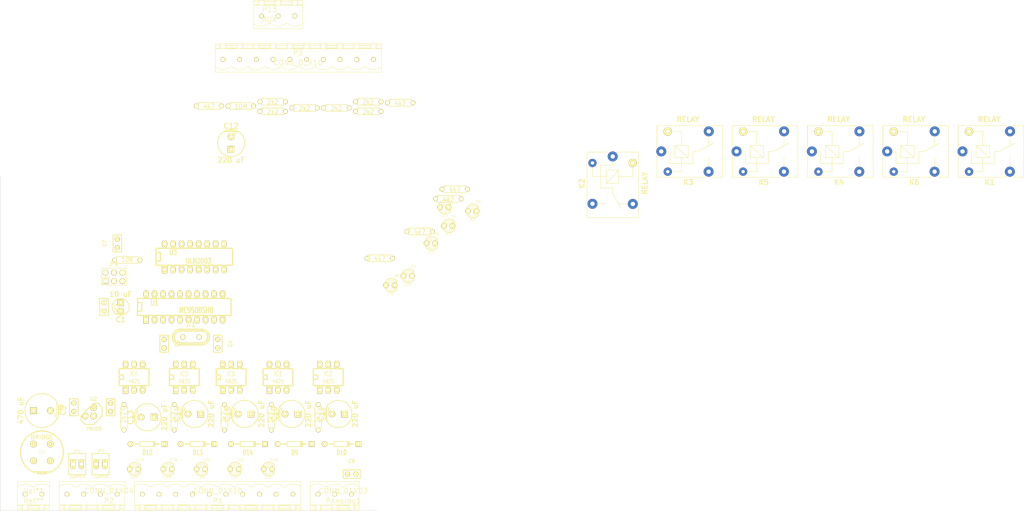
<source format=kicad_pcb>
(kicad_pcb (version 4) (host pcbnew "(2014-11-02 BZR 5250)-product")
  (layers (0 F.Cu signal) (31 B.Cu signal) (34 B.Paste user) (35 F.Paste user) (36 B.SilkS user) (37 F.SilkS user) (38 B.Mask user) (39 F.Mask user) (44 Edge.Cuts user))
  (net 0 "")
  (net 1 /vreg)
  (net 2 GND)
  (net 3 /XTAL)
  (net 4 /EXTAL)
  (net 5 /24V)
  (net 6 /RESET)
  (net 7 /ADC)
  (net 8 "Net-(C10-Pad1)")
  (net 9 /OPT4)
  (net 10 "Net-(C11-Pad1)")
  (net 11 /OPT5)
  (net 12 "Net-(C12-Pad1)")
  (net 13 /OPT6)
  (net 14 "Net-(C13-Pad1)")
  (net 15 /OPT1)
  (net 16 "Net-(C14-Pad1)")
  (net 17 /OPT2)
  (net 18 "Net-(C15-Pad1)")
  (net 19 "Net-(D1-Pad2)")
  (net 20 "Net-(D1-Pad4)")
  (net 21 "Net-(D2-Pad2)")
  (net 22 "Net-(D3-Pad2)")
  (net 23 "Net-(D4-Pad2)")
  (net 24 "Net-(D5-Pad2)")
  (net 25 "Net-(D6-Pad2)")
  (net 26 "Net-(D7-Pad2)")
  (net 27 "Net-(D9-Pad2)")
  (net 28 "Net-(D10-Pad2)")
  (net 29 "Net-(D12-Pad2)")
  (net 30 "Net-(D13-Pad2)")
  (net 31 "Net-(D14-Pad2)")
  (net 32 "Net-(D15-Pad1)")
  (net 33 "Net-(D16-Pad1)")
  (net 34 "Net-(D18-Pad1)")
  (net 35 "Net-(D19-Pad1)")
  (net 36 "Net-(D20-Pad1)")
  (net 37 /In4)
  (net 38 "Net-(IC1-Pad6)")
  (net 39 /In5)
  (net 40 "Net-(IC2-Pad6)")
  (net 41 /In6)
  (net 42 /In1)
  (net 43 "Net-(IC4-Pad6)")
  (net 44 /In2)
  (net 45 "Net-(IC5-Pad6)")
  (net 46 /In3)
  (net 47 "Net-(IC6-Pad6)")
  (net 48 /24Sen)
  (net 49 /COMSen)
  (net 50 "Net-(K1-Pad3)")
  (net 51 "Net-(K1-Pad4)")
  (net 52 /RAUX)
  (net 53 "Net-(K1-Pad1)")
  (net 54 "Net-(K2-Pad3)")
  (net 55 "Net-(K2-Pad4)")
  (net 56 /R1)
  (net 57 "Net-(K2-Pad1)")
  (net 58 "Net-(K3-Pad3)")
  (net 59 "Net-(K3-Pad4)")
  (net 60 /R2)
  (net 61 "Net-(K3-Pad1)")
  (net 62 "Net-(K4-Pad3)")
  (net 63 "Net-(K4-Pad4)")
  (net 64 /R3)
  (net 65 "Net-(K4-Pad1)")
  (net 66 "Net-(K5-Pad3)")
  (net 67 "Net-(K5-Pad4)")
  (net 68 /R4)
  (net 69 "Net-(K5-Pad1)")
  (net 70 "Net-(K6-Pad3)")
  (net 71 "Net-(K6-Pad4)")
  (net 72 /R5)
  (net 73 "Net-(K6-Pad1)")
  (net 74 /OPT3)
  (net 75 /BDM)
  (net 76 "Net-(P9-Pad3)")
  (net 77 "Net-(P9-Pad5)")
  (net 78 "Net-(R1-Pad2)")
  (net 79 "Net-(R2-Pad2)")
  (net 80 "Net-(U1-Pad1)")
  (net 81 "Net-(U1-Pad2)")
  (net 82 "Net-(U1-Pad3)")
  (net 83 /Out5)
  (net 84 /OutAux)
  (net 85 /Out1)
  (net 86 /Out2)
  (net 87 /Out3)
  (net 88 /Out4)
  (net 89 "Net-(U1-Pad20)")
  (net 90 "Net-(U3-Pad7)")
  (net 91 "Net-(U3-Pad10)")
  (module Capacitors_ThroughHole:Capacitor5x11RM2.5 (layer F.Cu) (at 66 84 180)
    (fp_text reference C1 (at 0 -3.81 180) (layer F.SilkS) (effects (font (thickness 0.3048))))
    (fp_text value "10 uF" (at 0 3.81 180) (layer F.SilkS) (effects (font (thickness 0.3048))))
    (pad 1 thru_hole rect (at 0 1.27 180) (size 1.99898 1.99898) (drill 0.8001) (layers *.Cu *.Mask F.SilkS) (net 1 /vreg))
    (pad 2 thru_hole circle (at 0 -1.27 180) (size 1.99898 1.99898) (drill 0.8001) (layers *.Cu *.Mask F.SilkS) (net 2 GND))
  )
  (module Capacitors_ThroughHole:Capacitor3MMDiscRM2.5 (layer F.Cu) (at 61 84 270)
    (fp_text reference C2 (at 0 -3.81 270) (layer F.SilkS) (effects (font (size 1.016 1.016) (thickness 0.2032))))
    (fp_text value "0,1 uF" hide)
    (pad 1 thru_hole circle (at -1.27 0 270) (size 1.50114 1.50114) (drill 0.4) (layers *.Cu *.Mask F.SilkS) (net 1 /vreg))
    (pad 2 thru_hole circle (at 1.27 0 270) (size 1.50114 1.50114) (drill 0.4) (layers *.Cu *.Mask F.SilkS) (net 2 GND))
  )
  (module Capacitors_ThroughHole:Capacitor3MMDiscRM2.5 (layer F.Cu) (at 79 95 270)
    (fp_text reference C3 (at 0 -3.81 270) (layer F.SilkS) (effects (font (size 1.016 1.016) (thickness 0.2032))))
    (fp_text value "22 nF" hide)
    (pad 1 thru_hole circle (at -1.27 0 270) (size 1.50114 1.50114) (drill 0.4) (layers *.Cu *.Mask F.SilkS) (net 3 /XTAL))
    (pad 2 thru_hole circle (at 1.27 0 270) (size 1.50114 1.50114) (drill 0.4) (layers *.Cu *.Mask F.SilkS) (net 2 GND))
  )
  (module Capacitors_ThroughHole:Capacitor3MMDiscRM2.5 (layer F.Cu) (at 95 95 270)
    (fp_text reference C4 (at 0 -3.81 270) (layer F.SilkS) (effects (font (size 1.016 1.016) (thickness 0.2032))))
    (fp_text value "22 nF" hide)
    (pad 1 thru_hole circle (at -1.27 0 270) (size 1.50114 1.50114) (drill 0.4) (layers *.Cu *.Mask F.SilkS) (net 4 /EXTAL))
    (pad 2 thru_hole circle (at 1.27 0 270) (size 1.50114 1.50114) (drill 0.4) (layers *.Cu *.Mask F.SilkS) (net 2 GND))
  )
  (module Capacitors_ThroughHole:Capacitor10x16RM5 (layer F.Cu) (at 42.5 115 270)
    (fp_text reference C5 (at 0 -6.35 270) (layer F.SilkS) (effects (font (thickness 0.3048))))
    (fp_text value "470 uF" (at 0 6.35 270) (layer F.SilkS) (effects (font (thickness 0.3048))))
    (pad 1 thru_hole rect (at 0 2.54 270) (size 1.99898 1.99898) (drill 0.8001) (layers *.Cu *.Mask F.SilkS) (net 5 /24V))
    (pad 2 thru_hole circle (at 0 -2.54 270) (size 1.99898 1.99898) (drill 0.8001) (layers *.Cu *.Mask F.SilkS) (net 2 GND))
  )
  (module Capacitors_ThroughHole:Capacitor3MMDiscRM2.5 (layer F.Cu) (at 52 114 90)
    (fp_text reference C6 (at 0 -3.81 90) (layer F.SilkS) (effects (font (size 1.016 1.016) (thickness 0.2032))))
    (fp_text value "0.33 uF" hide)
    (pad 1 thru_hole circle (at -1.27 0 90) (size 1.50114 1.50114) (drill 0.4) (layers *.Cu *.Mask F.SilkS) (net 5 /24V))
    (pad 2 thru_hole circle (at 1.27 0 90) (size 1.50114 1.50114) (drill 0.4) (layers *.Cu *.Mask F.SilkS) (net 2 GND))
  )
  (module Capacitors_ThroughHole:Capacitor3MMDiscRM2.5 (layer F.Cu) (at 65 65 90)
    (fp_text reference C7 (at 0 -3.81 90) (layer F.SilkS) (effects (font (size 1.016 1.016) (thickness 0.2032))))
    (fp_text value "0.1 uF" hide)
    (pad 1 thru_hole circle (at -1.27 0 90) (size 1.50114 1.50114) (drill 0.4) (layers *.Cu *.Mask F.SilkS) (net 6 /RESET))
    (pad 2 thru_hole circle (at 1.27 0 90) (size 1.50114 1.50114) (drill 0.4) (layers *.Cu *.Mask F.SilkS) (net 2 GND))
  )
  (module Capacitors_ThroughHole:Capacitor3MMDiscRM2.5 (layer F.Cu) (at 63 114 270)
    (fp_text reference C8 (at 0 -3.81 270) (layer F.SilkS) (effects (font (size 1.016 1.016) (thickness 0.2032))))
    (fp_text value "0.01 uF" hide)
    (pad 1 thru_hole circle (at -1.27 0 270) (size 1.50114 1.50114) (drill 0.4) (layers *.Cu *.Mask F.SilkS) (net 1 /vreg))
    (pad 2 thru_hole circle (at 1.27 0 270) (size 1.50114 1.50114) (drill 0.4) (layers *.Cu *.Mask F.SilkS) (net 2 GND))
  )
  (module Capacitors_ThroughHole:Capacitor3MMDiscRM2.5 (layer F.Cu) (at 135 134)
    (fp_text reference C9 (at 0 -3.81) (layer F.SilkS) (effects (font (size 1.016 1.016) (thickness 0.2032))))
    (fp_text value "0,1 uF" hide)
    (pad 1 thru_hole circle (at -1.27 0) (size 1.50114 1.50114) (drill 0.4) (layers *.Cu *.Mask F.SilkS) (net 7 /ADC))
    (pad 2 thru_hole circle (at 1.27 0) (size 1.50114 1.50114) (drill 0.4) (layers *.Cu *.Mask F.SilkS) (net 2 GND))
  )
  (module Capacitors_ThroughHole:Capacitor8x21RM3.8 (layer F.Cu) (at 117 116 90)
    (fp_text reference C10 (at 0 -5.08 90) (layer F.SilkS) (effects (font (thickness 0.3048))))
    (fp_text value "220 uF" (at 0 5.08 90) (layer F.SilkS) (effects (font (thickness 0.3048))))
    (pad 1 thru_hole rect (at 0 1.905 90) (size 1.99898 1.99898) (drill 0.8001) (layers *.Cu *.Mask F.SilkS) (net 8 "Net-(C10-Pad1)"))
    (pad 2 thru_hole circle (at 0 -1.905 90) (size 1.99898 1.99898) (drill 0.8001) (layers *.Cu *.Mask F.SilkS) (net 9 /OPT4))
  )
  (module Capacitors_ThroughHole:Capacitor8x21RM3.8 (layer F.Cu) (at 131 116 90)
    (fp_text reference C11 (at 0 -5.08 90) (layer F.SilkS) (effects (font (thickness 0.3048))))
    (fp_text value "220 uF" (at 0 5.08 90) (layer F.SilkS) (effects (font (thickness 0.3048))))
    (pad 1 thru_hole rect (at 0 1.905 90) (size 1.99898 1.99898) (drill 0.8001) (layers *.Cu *.Mask F.SilkS) (net 10 "Net-(C11-Pad1)"))
    (pad 2 thru_hole circle (at 0 -1.905 90) (size 1.99898 1.99898) (drill 0.8001) (layers *.Cu *.Mask F.SilkS) (net 11 /OPT5))
  )
  (module Capacitors_ThroughHole:Capacitor8x21RM3.8 (layer F.Cu) (at 99 35)
    (fp_text reference C12 (at 0 -5.08) (layer F.SilkS) (effects (font (thickness 0.3048))))
    (fp_text value "220 uF" (at 0 5.08) (layer F.SilkS) (effects (font (thickness 0.3048))))
    (pad 1 thru_hole rect (at 0 1.905) (size 1.99898 1.99898) (drill 0.8001) (layers *.Cu *.Mask F.SilkS) (net 12 "Net-(C12-Pad1)"))
    (pad 2 thru_hole circle (at 0 -1.905) (size 1.99898 1.99898) (drill 0.8001) (layers *.Cu *.Mask F.SilkS) (net 13 /OPT6))
  )
  (module Capacitors_ThroughHole:Capacitor8x21RM3.8 (layer F.Cu) (at 74 117 90)
    (fp_text reference C13 (at 0 -5.08 90) (layer F.SilkS) (effects (font (thickness 0.3048))))
    (fp_text value "220 uF" (at 0 5.08 90) (layer F.SilkS) (effects (font (thickness 0.3048))))
    (pad 1 thru_hole rect (at 0 1.905 90) (size 1.99898 1.99898) (drill 0.8001) (layers *.Cu *.Mask F.SilkS) (net 14 "Net-(C13-Pad1)"))
    (pad 2 thru_hole circle (at 0 -1.905 90) (size 1.99898 1.99898) (drill 0.8001) (layers *.Cu *.Mask F.SilkS) (net 15 /OPT1))
  )
  (module Capacitors_ThroughHole:Capacitor8x21RM3.8 (layer F.Cu) (at 88 116 90)
    (fp_text reference C14 (at 0 -5.08 90) (layer F.SilkS) (effects (font (thickness 0.3048))))
    (fp_text value "220 uF" (at 0 5.08 90) (layer F.SilkS) (effects (font (thickness 0.3048))))
    (pad 1 thru_hole rect (at 0 1.905 90) (size 1.99898 1.99898) (drill 0.8001) (layers *.Cu *.Mask F.SilkS) (net 16 "Net-(C14-Pad1)"))
    (pad 2 thru_hole circle (at 0 -1.905 90) (size 1.99898 1.99898) (drill 0.8001) (layers *.Cu *.Mask F.SilkS) (net 17 /OPT2))
  )
  (module Capacitors_ThroughHole:Capacitor8x21RM3.8 (layer F.Cu) (at 103 116 90)
    (fp_text reference C15 (at 0 -5.08 90) (layer F.SilkS) (effects (font (thickness 0.3048))))
    (fp_text value "220 uF" (at 0 5.08 90) (layer F.SilkS) (effects (font (thickness 0.3048))))
    (pad 1 thru_hole rect (at 0 1.905 90) (size 1.99898 1.99898) (drill 0.8001) (layers *.Cu *.Mask F.SilkS) (net 18 "Net-(C15-Pad1)"))
    (pad 2 thru_hole circle (at 0 -1.905 90) (size 1.99898 1.99898) (drill 0.8001) (layers *.Cu *.Mask F.SilkS) (net 74 /OPT3))
  )
  (module Discret:PUSH_BUTT_SHAPE1 (layer F.Cu) (at 42.5 127.5)
    (fp_text reference D1 (at 0 0) (layer F.SilkS) (effects (font (size 1.00076 1.00076) (thickness 0.09906))))
    (fp_text value BRIDGE (at 0 -4.54914) (layer F.SilkS) (effects (font (size 1.27 1.27) (thickness 0.2032))))
    (pad 1 thru_hole circle (at -2.49936 -2.49936) (size 1.99898 1.99898) (drill 0.508) (layers *.Cu *.Mask F.SilkS) (net 19 "Net-(D1-Pad2)"))
    (pad 2 thru_hole circle (at 2.49936 -2.49936) (size 1.99898 1.99898) (drill 0.508) (layers *.Cu *.Mask F.SilkS) (net 2 GND))
    (pad 4 thru_hole circle (at 2.49936 2.49936) (size 1.99898 1.99898) (drill 0.508) (layers *.Cu *.Mask F.SilkS) (net 20 "Net-(D1-Pad4)"))
    (pad 3 thru_hole circle (at -2.49936 2.49936) (size 1.99898 1.99898) (drill 0.508) (layers *.Cu *.Mask F.SilkS) (net 5 /24V))
  )
  (module LEDs:LED-3MM (layer F.Cu) (at 171.0322 55.31475)
    (fp_text reference D2 (at 1.778 -2.794) (layer F.SilkS) (effects (font (size 0.762 0.762) (thickness 0.0889))))
    (fp_text value LED (at 0 2.54) (layer F.SilkS) (effects (font (size 0.762 0.762) (thickness 0.0889))))
    (pad 1 thru_hole circle (at -1.27 0) (size 1.6764 1.6764) (drill 0.8128) (layers *.Cu *.Mask F.SilkS) (net 5 /24V))
    (pad 2 thru_hole circle (at 1.27 0) (size 1.6764 1.6764) (drill 0.8128) (layers *.Cu *.Mask F.SilkS) (net 21 "Net-(D2-Pad2)"))
  )
  (module LEDs:LED-3MM (layer F.Cu) (at 151.7422 74.72475)
    (fp_text reference D3 (at 1.778 -2.794) (layer F.SilkS) (effects (font (size 0.762 0.762) (thickness 0.0889))))
    (fp_text value LED (at 0 2.54) (layer F.SilkS) (effects (font (size 0.762 0.762) (thickness 0.0889))))
    (pad 1 thru_hole circle (at -1.27 0) (size 1.6764 1.6764) (drill 0.8128) (layers *.Cu *.Mask F.SilkS) (net 5 /24V))
    (pad 2 thru_hole circle (at 1.27 0) (size 1.6764 1.6764) (drill 0.8128) (layers *.Cu *.Mask F.SilkS) (net 22 "Net-(D3-Pad2)"))
  )
  (module LEDs:LED-3MM (layer F.Cu) (at 163.8522 59.71475)
    (fp_text reference D4 (at 1.778 -2.794) (layer F.SilkS) (effects (font (size 0.762 0.762) (thickness 0.0889))))
    (fp_text value LED (at 0 2.54) (layer F.SilkS) (effects (font (size 0.762 0.762) (thickness 0.0889))))
    (pad 1 thru_hole circle (at -1.27 0) (size 1.6764 1.6764) (drill 0.8128) (layers *.Cu *.Mask F.SilkS) (net 5 /24V))
    (pad 2 thru_hole circle (at 1.27 0) (size 1.6764 1.6764) (drill 0.8128) (layers *.Cu *.Mask F.SilkS) (net 23 "Net-(D4-Pad2)"))
  )
  (module LEDs:LED-3MM (layer F.Cu) (at 158.6722 64.92475)
    (fp_text reference D5 (at 1.778 -2.794) (layer F.SilkS) (effects (font (size 0.762 0.762) (thickness 0.0889))))
    (fp_text value LED (at 0 2.54) (layer F.SilkS) (effects (font (size 0.762 0.762) (thickness 0.0889))))
    (pad 1 thru_hole circle (at -1.27 0) (size 1.6764 1.6764) (drill 0.8128) (layers *.Cu *.Mask F.SilkS) (net 5 /24V))
    (pad 2 thru_hole circle (at 1.27 0) (size 1.6764 1.6764) (drill 0.8128) (layers *.Cu *.Mask F.SilkS) (net 24 "Net-(D5-Pad2)"))
  )
  (module LEDs:LED-3MM (layer F.Cu) (at 146.5622 77.50475)
    (fp_text reference D6 (at 1.778 -2.794) (layer F.SilkS) (effects (font (size 0.762 0.762) (thickness 0.0889))))
    (fp_text value LED (at 0 2.54) (layer F.SilkS) (effects (font (size 0.762 0.762) (thickness 0.0889))))
    (pad 1 thru_hole circle (at -1.27 0) (size 1.6764 1.6764) (drill 0.8128) (layers *.Cu *.Mask F.SilkS) (net 5 /24V))
    (pad 2 thru_hole circle (at 1.27 0) (size 1.6764 1.6764) (drill 0.8128) (layers *.Cu *.Mask F.SilkS) (net 25 "Net-(D6-Pad2)"))
  )
  (module LEDs:LED-3MM (layer F.Cu) (at 162.6822 54.16475)
    (fp_text reference D7 (at 1.778 -2.794) (layer F.SilkS) (effects (font (size 0.762 0.762) (thickness 0.0889))))
    (fp_text value LED (at 0 2.54) (layer F.SilkS) (effects (font (size 0.762 0.762) (thickness 0.0889))))
    (pad 1 thru_hole circle (at -1.27 0) (size 1.6764 1.6764) (drill 0.8128) (layers *.Cu *.Mask F.SilkS) (net 5 /24V))
    (pad 2 thru_hole circle (at 1.27 0) (size 1.6764 1.6764) (drill 0.8128) (layers *.Cu *.Mask F.SilkS) (net 26 "Net-(D7-Pad2)"))
  )
  (module Diodes_ThroughHole:Diode_DO-35_SOD27_Horizontal_RM10 (layer F.Cu) (at 118 125)
    (fp_text reference D9 (at 0 2.54) (layer F.SilkS) (effects (font (size 1.524 1.016) (thickness 0.254))))
    (fp_text value 1N4001 hide)
    (pad 1 thru_hole circle (at -5.08 0) (size 1.69926 1.69926) (drill 0.70104) (layers *.Cu *.Mask F.SilkS) (net 9 /OPT4))
    (pad 2 thru_hole rect (at 5.08 0) (size 1.69926 1.69926) (drill 0.70104) (layers *.Cu *.Mask F.SilkS) (net 27 "Net-(D9-Pad2)"))
  )
  (module Diodes_ThroughHole:Diode_DO-35_SOD27_Horizontal_RM10 (layer F.Cu) (at 132 125)
    (fp_text reference D10 (at 0 2.54) (layer F.SilkS) (effects (font (size 1.524 1.016) (thickness 0.254))))
    (fp_text value 1N4001 hide)
    (pad 1 thru_hole circle (at -5.08 0) (size 1.69926 1.69926) (drill 0.70104) (layers *.Cu *.Mask F.SilkS) (net 11 /OPT5))
    (pad 2 thru_hole rect (at 5.08 0) (size 1.69926 1.69926) (drill 0.70104) (layers *.Cu *.Mask F.SilkS) (net 28 "Net-(D10-Pad2)"))
  )
  (module Diodes_ThroughHole:Diode_DO-35_SOD27_Horizontal_RM10 (layer F.Cu) (at 74 125)
    (fp_text reference D12 (at 0 2.54) (layer F.SilkS) (effects (font (size 1.524 1.016) (thickness 0.254))))
    (fp_text value 1N4001 hide)
    (pad 1 thru_hole circle (at -5.08 0) (size 1.69926 1.69926) (drill 0.70104) (layers *.Cu *.Mask F.SilkS) (net 15 /OPT1))
    (pad 2 thru_hole rect (at 5.08 0) (size 1.69926 1.69926) (drill 0.70104) (layers *.Cu *.Mask F.SilkS) (net 29 "Net-(D12-Pad2)"))
  )
  (module Diodes_ThroughHole:Diode_DO-35_SOD27_Horizontal_RM10 (layer F.Cu) (at 89 125)
    (fp_text reference D13 (at 0 2.54) (layer F.SilkS) (effects (font (size 1.524 1.016) (thickness 0.254))))
    (fp_text value 1N4001 hide)
    (pad 1 thru_hole circle (at -5.08 0) (size 1.69926 1.69926) (drill 0.70104) (layers *.Cu *.Mask F.SilkS) (net 17 /OPT2))
    (pad 2 thru_hole rect (at 5.08 0) (size 1.69926 1.69926) (drill 0.70104) (layers *.Cu *.Mask F.SilkS) (net 30 "Net-(D13-Pad2)"))
  )
  (module Diodes_ThroughHole:Diode_DO-35_SOD27_Horizontal_RM10 (layer F.Cu) (at 104 125)
    (fp_text reference D14 (at 0 2.54) (layer F.SilkS) (effects (font (size 1.524 1.016) (thickness 0.254))))
    (fp_text value 1N4001 hide)
    (pad 1 thru_hole circle (at -5.08 0) (size 1.69926 1.69926) (drill 0.70104) (layers *.Cu *.Mask F.SilkS) (net 74 /OPT3))
    (pad 2 thru_hole rect (at 5.08 0) (size 1.69926 1.69926) (drill 0.70104) (layers *.Cu *.Mask F.SilkS) (net 31 "Net-(D14-Pad2)"))
  )
  (module LEDs:LED-3MM (layer F.Cu) (at 100 132.5)
    (fp_text reference D15 (at 1.778 -2.794) (layer F.SilkS) (effects (font (size 0.762 0.762) (thickness 0.0889))))
    (fp_text value LED (at 0 2.54) (layer F.SilkS) (effects (font (size 0.762 0.762) (thickness 0.0889))))
    (pad 1 thru_hole circle (at -1.27 0) (size 1.6764 1.6764) (drill 0.8128) (layers *.Cu *.Mask F.SilkS) (net 32 "Net-(D15-Pad1)"))
    (pad 2 thru_hole circle (at 1.27 0) (size 1.6764 1.6764) (drill 0.8128) (layers *.Cu *.Mask F.SilkS) (net 9 /OPT4))
  )
  (module LEDs:LED-3MM (layer F.Cu) (at 110 132.5)
    (fp_text reference D16 (at 1.778 -2.794) (layer F.SilkS) (effects (font (size 0.762 0.762) (thickness 0.0889))))
    (fp_text value LED (at 0 2.54) (layer F.SilkS) (effects (font (size 0.762 0.762) (thickness 0.0889))))
    (pad 1 thru_hole circle (at -1.27 0) (size 1.6764 1.6764) (drill 0.8128) (layers *.Cu *.Mask F.SilkS) (net 33 "Net-(D16-Pad1)"))
    (pad 2 thru_hole circle (at 1.27 0) (size 1.6764 1.6764) (drill 0.8128) (layers *.Cu *.Mask F.SilkS) (net 11 /OPT5))
  )
  (module LEDs:LED-3MM (layer F.Cu) (at 80 132.5)
    (fp_text reference D18 (at 1.778 -2.794) (layer F.SilkS) (effects (font (size 0.762 0.762) (thickness 0.0889))))
    (fp_text value LED (at 0 2.54) (layer F.SilkS) (effects (font (size 0.762 0.762) (thickness 0.0889))))
    (pad 1 thru_hole circle (at -1.27 0) (size 1.6764 1.6764) (drill 0.8128) (layers *.Cu *.Mask F.SilkS) (net 34 "Net-(D18-Pad1)"))
    (pad 2 thru_hole circle (at 1.27 0) (size 1.6764 1.6764) (drill 0.8128) (layers *.Cu *.Mask F.SilkS) (net 17 /OPT2))
  )
  (module LEDs:LED-3MM (layer F.Cu) (at 70 132.5)
    (fp_text reference D19 (at 1.778 -2.794) (layer F.SilkS) (effects (font (size 0.762 0.762) (thickness 0.0889))))
    (fp_text value LED (at 0 2.54) (layer F.SilkS) (effects (font (size 0.762 0.762) (thickness 0.0889))))
    (pad 1 thru_hole circle (at -1.27 0) (size 1.6764 1.6764) (drill 0.8128) (layers *.Cu *.Mask F.SilkS) (net 35 "Net-(D19-Pad1)"))
    (pad 2 thru_hole circle (at 1.27 0) (size 1.6764 1.6764) (drill 0.8128) (layers *.Cu *.Mask F.SilkS) (net 15 /OPT1))
  )
  (module LEDs:LED-3MM (layer F.Cu) (at 90 132.5)
    (fp_text reference D20 (at 1.778 -2.794) (layer F.SilkS) (effects (font (size 0.762 0.762) (thickness 0.0889))))
    (fp_text value LED (at 0 2.54) (layer F.SilkS) (effects (font (size 0.762 0.762) (thickness 0.0889))))
    (pad 1 thru_hole circle (at -1.27 0) (size 1.6764 1.6764) (drill 0.8128) (layers *.Cu *.Mask F.SilkS) (net 36 "Net-(D20-Pad1)"))
    (pad 2 thru_hole circle (at 1.27 0) (size 1.6764 1.6764) (drill 0.8128) (layers *.Cu *.Mask F.SilkS) (net 74 /OPT3))
  )
  (module Sockets_DIP:DIP-6__300_ELL (layer F.Cu) (at 113 105)
    (fp_text reference IC1 (at 0 -1.016) (layer F.SilkS) (effects (font (size 1.524 1.016) (thickness 0.1524))))
    (fp_text value 4N25 (at 0 1.27) (layer F.SilkS) (effects (font (size 1.27 0.889) (thickness 0.1524))))
    (pad 1 thru_hole rect (at -2.54 3.81) (size 1.5748 2.286) (drill 0.8128) (layers *.Cu *.Mask F.SilkS) (net 32 "Net-(D15-Pad1)"))
    (pad 2 thru_hole oval (at 0 3.81) (size 1.5748 2.286) (drill 0.8128) (layers *.Cu *.Mask F.SilkS) (net 9 /OPT4))
    (pad 3 thru_hole oval (at 2.54 3.81) (size 1.5748 2.286) (drill 0.8128) (layers *.Cu *.Mask F.SilkS))
    (pad 4 thru_hole oval (at 2.54 -3.81) (size 1.5748 2.286) (drill 0.8128) (layers *.Cu *.Mask F.SilkS) (net 2 GND))
    (pad 5 thru_hole oval (at 0 -3.81) (size 1.5748 2.286) (drill 0.8128) (layers *.Cu *.Mask F.SilkS) (net 37 /In4))
    (pad 6 thru_hole oval (at -2.54 -3.81) (size 1.5748 2.286) (drill 0.8128) (layers *.Cu *.Mask F.SilkS) (net 38 "Net-(IC1-Pad6)"))
  )
  (module Sockets_DIP:DIP-6__300_ELL (layer F.Cu) (at 128 105)
    (fp_text reference IC2 (at 0 -1.016) (layer F.SilkS) (effects (font (size 1.524 1.016) (thickness 0.1524))))
    (fp_text value 4N25 (at 0 1.27) (layer F.SilkS) (effects (font (size 1.27 0.889) (thickness 0.1524))))
    (pad 1 thru_hole rect (at -2.54 3.81) (size 1.5748 2.286) (drill 0.8128) (layers *.Cu *.Mask F.SilkS) (net 33 "Net-(D16-Pad1)"))
    (pad 2 thru_hole oval (at 0 3.81) (size 1.5748 2.286) (drill 0.8128) (layers *.Cu *.Mask F.SilkS) (net 11 /OPT5))
    (pad 3 thru_hole oval (at 2.54 3.81) (size 1.5748 2.286) (drill 0.8128) (layers *.Cu *.Mask F.SilkS))
    (pad 4 thru_hole oval (at 2.54 -3.81) (size 1.5748 2.286) (drill 0.8128) (layers *.Cu *.Mask F.SilkS) (net 2 GND))
    (pad 5 thru_hole oval (at 0 -3.81) (size 1.5748 2.286) (drill 0.8128) (layers *.Cu *.Mask F.SilkS) (net 39 /In5))
    (pad 6 thru_hole oval (at -2.54 -3.81) (size 1.5748 2.286) (drill 0.8128) (layers *.Cu *.Mask F.SilkS) (net 40 "Net-(IC2-Pad6)"))
  )
  (module Sockets_DIP:DIP-6__300_ELL (layer F.Cu) (at 70 105)
    (fp_text reference IC4 (at 0 -1.016) (layer F.SilkS) (effects (font (size 1.524 1.016) (thickness 0.1524))))
    (fp_text value 4N25 (at 0 1.27) (layer F.SilkS) (effects (font (size 1.27 0.889) (thickness 0.1524))))
    (pad 1 thru_hole rect (at -2.54 3.81) (size 1.5748 2.286) (drill 0.8128) (layers *.Cu *.Mask F.SilkS) (net 35 "Net-(D19-Pad1)"))
    (pad 2 thru_hole oval (at 0 3.81) (size 1.5748 2.286) (drill 0.8128) (layers *.Cu *.Mask F.SilkS) (net 15 /OPT1))
    (pad 3 thru_hole oval (at 2.54 3.81) (size 1.5748 2.286) (drill 0.8128) (layers *.Cu *.Mask F.SilkS))
    (pad 4 thru_hole oval (at 2.54 -3.81) (size 1.5748 2.286) (drill 0.8128) (layers *.Cu *.Mask F.SilkS) (net 2 GND))
    (pad 5 thru_hole oval (at 0 -3.81) (size 1.5748 2.286) (drill 0.8128) (layers *.Cu *.Mask F.SilkS) (net 42 /In1))
    (pad 6 thru_hole oval (at -2.54 -3.81) (size 1.5748 2.286) (drill 0.8128) (layers *.Cu *.Mask F.SilkS) (net 43 "Net-(IC4-Pad6)"))
  )
  (module Sockets_DIP:DIP-6__300_ELL (layer F.Cu) (at 85 105)
    (fp_text reference IC5 (at 0 -1.016) (layer F.SilkS) (effects (font (size 1.524 1.016) (thickness 0.1524))))
    (fp_text value 4N25 (at 0 1.27) (layer F.SilkS) (effects (font (size 1.27 0.889) (thickness 0.1524))))
    (pad 1 thru_hole rect (at -2.54 3.81) (size 1.5748 2.286) (drill 0.8128) (layers *.Cu *.Mask F.SilkS) (net 34 "Net-(D18-Pad1)"))
    (pad 2 thru_hole oval (at 0 3.81) (size 1.5748 2.286) (drill 0.8128) (layers *.Cu *.Mask F.SilkS) (net 17 /OPT2))
    (pad 3 thru_hole oval (at 2.54 3.81) (size 1.5748 2.286) (drill 0.8128) (layers *.Cu *.Mask F.SilkS))
    (pad 4 thru_hole oval (at 2.54 -3.81) (size 1.5748 2.286) (drill 0.8128) (layers *.Cu *.Mask F.SilkS) (net 2 GND))
    (pad 5 thru_hole oval (at 0 -3.81) (size 1.5748 2.286) (drill 0.8128) (layers *.Cu *.Mask F.SilkS) (net 44 /In2))
    (pad 6 thru_hole oval (at -2.54 -3.81) (size 1.5748 2.286) (drill 0.8128) (layers *.Cu *.Mask F.SilkS) (net 45 "Net-(IC5-Pad6)"))
  )
  (module Sockets_DIP:DIP-6__300_ELL (layer F.Cu) (at 99 105)
    (fp_text reference IC6 (at 0 -1.016) (layer F.SilkS) (effects (font (size 1.524 1.016) (thickness 0.1524))))
    (fp_text value 4N25 (at 0 1.27) (layer F.SilkS) (effects (font (size 1.27 0.889) (thickness 0.1524))))
    (pad 1 thru_hole rect (at -2.54 3.81) (size 1.5748 2.286) (drill 0.8128) (layers *.Cu *.Mask F.SilkS) (net 36 "Net-(D20-Pad1)"))
    (pad 2 thru_hole oval (at 0 3.81) (size 1.5748 2.286) (drill 0.8128) (layers *.Cu *.Mask F.SilkS) (net 74 /OPT3))
    (pad 3 thru_hole oval (at 2.54 3.81) (size 1.5748 2.286) (drill 0.8128) (layers *.Cu *.Mask F.SilkS))
    (pad 4 thru_hole oval (at 2.54 -3.81) (size 1.5748 2.286) (drill 0.8128) (layers *.Cu *.Mask F.SilkS) (net 2 GND))
    (pad 5 thru_hole oval (at 0 -3.81) (size 1.5748 2.286) (drill 0.8128) (layers *.Cu *.Mask F.SilkS) (net 46 /In3))
    (pad 6 thru_hole oval (at -2.54 -3.81) (size 1.5748 2.286) (drill 0.8128) (layers *.Cu *.Mask F.SilkS) (net 47 "Net-(IC6-Pad6)"))
  )
  (module Connect:PINHEAD1-2 (layer F.Cu) (at 53 131)
    (fp_text reference JP1 (at 0 -3.9) (layer F.SilkS) (effects (font (size 0.8 0.8) (thickness 0.12))))
    (fp_text value JUMPER (at 0 3.81) (layer F.SilkS) (effects (font (size 0.8 0.8) (thickness 0.12))))
    (pad 1 thru_hole oval (at -1.27 0) (size 1.50622 3.01498) (drill 0.99822) (layers *.Cu *.Mask F.SilkS) (net 48 /24Sen))
    (pad 2 thru_hole oval (at 1.27 0) (size 1.50622 3.01498) (drill 0.99822) (layers *.Cu *.Mask F.SilkS) (net 5 /24V))
  )
  (module Connect:PINHEAD1-2 (layer F.Cu) (at 60 131)
    (fp_text reference JP2 (at 0 -3.9) (layer F.SilkS) (effects (font (size 0.8 0.8) (thickness 0.12))))
    (fp_text value JUMPER (at 0 3.81) (layer F.SilkS) (effects (font (size 0.8 0.8) (thickness 0.12))))
    (pad 1 thru_hole oval (at -1.27 0) (size 1.50622 3.01498) (drill 0.99822) (layers *.Cu *.Mask F.SilkS) (net 49 /COMSen))
    (pad 2 thru_hole oval (at 1.27 0) (size 1.50622 3.01498) (drill 0.99822) (layers *.Cu *.Mask F.SilkS) (net 2 GND))
  )
  (module Relays_ThroughHole:Relay_SANYOU_SRD_Series_Form_C (layer F.Cu) (at 317.5 37.5)
    (fp_text reference K1 (at 8.1 9.2) (layer F.SilkS) (effects (font (thickness 0.3048))))
    (fp_text value RELAY (at 8 -9.6) (layer F.SilkS) (effects (font (thickness 0.3048))))
    (pad 2 thru_hole circle (at 1.95 6.05 90) (size 2.5 2.5) (drill 1) (layers *.Cu *.Mask) (net 5 /24V))
    (pad 3 thru_hole circle (at 14.15 6.05 90) (size 3 3) (drill 1.3) (layers *.Cu *.Mask) (net 50 "Net-(K1-Pad3)"))
    (pad 4 thru_hole circle (at 14.2 -6 90) (size 3 3) (drill 1.3) (layers *.Cu *.Mask) (net 51 "Net-(K1-Pad4)"))
    (pad 5 thru_hole circle (at 1.95 -5.95 90) (size 2.5 2.5) (drill 1) (layers *.Cu *.Mask F.SilkS) (net 52 /RAUX))
    (pad 1 thru_hole circle (at 0 0 90) (size 3 3) (drill 1.3) (layers *.Cu *.Mask) (net 53 "Net-(K1-Pad1)"))
  )
  (module Relays_ThroughHole:Relay_SANYOU_SRD_Series_Form_C (layer F.Cu) (at 213 39 270)
    (fp_text reference K2 (at 8.1 9.2 270) (layer F.SilkS) (effects (font (thickness 0.3048))))
    (fp_text value RELAY (at 8 -9.6 270) (layer F.SilkS) (effects (font (thickness 0.3048))))
    (pad 2 thru_hole circle (at 1.95 6.05) (size 2.5 2.5) (drill 1) (layers *.Cu *.Mask) (net 5 /24V))
    (pad 3 thru_hole circle (at 14.15 6.05) (size 3 3) (drill 1.3) (layers *.Cu *.Mask) (net 54 "Net-(K2-Pad3)"))
    (pad 4 thru_hole circle (at 14.2 -6) (size 3 3) (drill 1.3) (layers *.Cu *.Mask) (net 55 "Net-(K2-Pad4)"))
    (pad 5 thru_hole circle (at 1.95 -5.95) (size 2.5 2.5) (drill 1) (layers *.Cu *.Mask F.SilkS) (net 56 /R1))
    (pad 1 thru_hole circle (at 0 0) (size 3 3) (drill 1.3) (layers *.Cu *.Mask) (net 57 "Net-(K2-Pad1)"))
  )
  (module Relays_ThroughHole:Relay_SANYOU_SRD_Series_Form_C (layer F.Cu) (at 227.5 37.5)
    (fp_text reference K3 (at 8.1 9.2) (layer F.SilkS) (effects (font (thickness 0.3048))))
    (fp_text value RELAY (at 8 -9.6) (layer F.SilkS) (effects (font (thickness 0.3048))))
    (pad 2 thru_hole circle (at 1.95 6.05 90) (size 2.5 2.5) (drill 1) (layers *.Cu *.Mask) (net 5 /24V))
    (pad 3 thru_hole circle (at 14.15 6.05 90) (size 3 3) (drill 1.3) (layers *.Cu *.Mask) (net 58 "Net-(K3-Pad3)"))
    (pad 4 thru_hole circle (at 14.2 -6 90) (size 3 3) (drill 1.3) (layers *.Cu *.Mask) (net 59 "Net-(K3-Pad4)"))
    (pad 5 thru_hole circle (at 1.95 -5.95 90) (size 2.5 2.5) (drill 1) (layers *.Cu *.Mask F.SilkS) (net 60 /R2))
    (pad 1 thru_hole circle (at 0 0 90) (size 3 3) (drill 1.3) (layers *.Cu *.Mask) (net 61 "Net-(K3-Pad1)"))
  )
  (module Relays_ThroughHole:Relay_SANYOU_SRD_Series_Form_C (layer F.Cu) (at 272.5 37.5)
    (fp_text reference K4 (at 8.1 9.2) (layer F.SilkS) (effects (font (thickness 0.3048))))
    (fp_text value RELAY (at 8 -9.6) (layer F.SilkS) (effects (font (thickness 0.3048))))
    (pad 2 thru_hole circle (at 1.95 6.05 90) (size 2.5 2.5) (drill 1) (layers *.Cu *.Mask) (net 5 /24V))
    (pad 3 thru_hole circle (at 14.15 6.05 90) (size 3 3) (drill 1.3) (layers *.Cu *.Mask) (net 62 "Net-(K4-Pad3)"))
    (pad 4 thru_hole circle (at 14.2 -6 90) (size 3 3) (drill 1.3) (layers *.Cu *.Mask) (net 63 "Net-(K4-Pad4)"))
    (pad 5 thru_hole circle (at 1.95 -5.95 90) (size 2.5 2.5) (drill 1) (layers *.Cu *.Mask F.SilkS) (net 64 /R3))
    (pad 1 thru_hole circle (at 0 0 90) (size 3 3) (drill 1.3) (layers *.Cu *.Mask) (net 65 "Net-(K4-Pad1)"))
  )
  (module Relays_ThroughHole:Relay_SANYOU_SRD_Series_Form_C (layer F.Cu) (at 250 37.5)
    (fp_text reference K5 (at 8.1 9.2) (layer F.SilkS) (effects (font (thickness 0.3048))))
    (fp_text value RELAY (at 8 -9.6) (layer F.SilkS) (effects (font (thickness 0.3048))))
    (pad 2 thru_hole circle (at 1.95 6.05 90) (size 2.5 2.5) (drill 1) (layers *.Cu *.Mask) (net 5 /24V))
    (pad 3 thru_hole circle (at 14.15 6.05 90) (size 3 3) (drill 1.3) (layers *.Cu *.Mask) (net 66 "Net-(K5-Pad3)"))
    (pad 4 thru_hole circle (at 14.2 -6 90) (size 3 3) (drill 1.3) (layers *.Cu *.Mask) (net 67 "Net-(K5-Pad4)"))
    (pad 5 thru_hole circle (at 1.95 -5.95 90) (size 2.5 2.5) (drill 1) (layers *.Cu *.Mask F.SilkS) (net 68 /R4))
    (pad 1 thru_hole circle (at 0 0 90) (size 3 3) (drill 1.3) (layers *.Cu *.Mask) (net 69 "Net-(K5-Pad1)"))
  )
  (module Relays_ThroughHole:Relay_SANYOU_SRD_Series_Form_C (layer F.Cu) (at 295 37.5)
    (fp_text reference K6 (at 8.1 9.2) (layer F.SilkS) (effects (font (thickness 0.3048))))
    (fp_text value RELAY (at 8 -9.6) (layer F.SilkS) (effects (font (thickness 0.3048))))
    (pad 2 thru_hole circle (at 1.95 6.05 90) (size 2.5 2.5) (drill 1) (layers *.Cu *.Mask) (net 5 /24V))
    (pad 3 thru_hole circle (at 14.15 6.05 90) (size 3 3) (drill 1.3) (layers *.Cu *.Mask) (net 70 "Net-(K6-Pad3)"))
    (pad 4 thru_hole circle (at 14.2 -6 90) (size 3 3) (drill 1.3) (layers *.Cu *.Mask) (net 71 "Net-(K6-Pad4)"))
    (pad 5 thru_hole circle (at 1.95 -5.95 90) (size 2.5 2.5) (drill 1) (layers *.Cu *.Mask F.SilkS) (net 72 /R5))
    (pad 1 thru_hole circle (at 0 0 90) (size 3 3) (drill 1.3) (layers *.Cu *.Mask) (net 73 "Net-(K6-Pad1)"))
  )
  (module locales:PHOENIX_MSTBA2,54-G_10 (layer F.Cu) (at 95 140 180)
    (fp_text reference P1 (at 0 -2 180) (layer F.SilkS))
    (fp_text value CONN_01X10 (at 0 1 180) (layer F.SilkS))
    (pad 1 thru_hole rect (at 22.55 -0.02 180) (size 2.54 0) (drill 1.29794) (layers *.Cu F.Paste F.SilkS F.Mask) (net 49 /COMSen))
    (pad 1 thru_hole rect (at 17.55 -0.02 180) (size 2.54 0) (drill 1.29794) (layers *.Cu F.Paste F.SilkS F.Mask) (net 49 /COMSen))
    (pad 9 thru_hole circle (at 17.55 0 180) (size 1.397 1.397) (drill 0.8128) (layers *.Cu *.Mask F.SilkS) (net 49 /COMSen))
    (pad 10 thru_hole circle (at 22.54 -0.01 180) (size 1.397 1.397) (drill 0.8128) (layers *.Cu *.Mask F.SilkS) (net 15 /OPT1))
    (pad 1 thru_hole rect (at 12.55 -0.02 180) (size 2.54 0) (drill 1.29794) (layers *.Cu F.Paste F.SilkS F.Mask) (net 49 /COMSen))
    (pad 1 thru_hole rect (at 7.55 -0.02 180) (size 2.54 0) (drill 1.29794) (layers *.Cu F.Paste F.SilkS F.Mask) (net 49 /COMSen))
    (pad 7 thru_hole circle (at 7.55 0 180) (size 1.397 1.397) (drill 0.8128) (layers *.Cu *.Mask F.SilkS) (net 49 /COMSen))
    (pad 8 thru_hole circle (at 12.54 -0.01 180) (size 1.397 1.397) (drill 0.8128) (layers *.Cu *.Mask F.SilkS) (net 17 /OPT2))
    (pad 1 thru_hole rect (at -17.45 -0.02 180) (size 2.54 0) (drill 1.29794) (layers *.Cu F.Paste F.SilkS F.Mask) (net 49 /COMSen))
    (pad 1 thru_hole rect (at -22.45 -0.02 180) (size 2.54 0) (drill 1.29794) (layers *.Cu F.Paste F.SilkS F.Mask) (net 49 /COMSen))
    (pad 1 thru_hole circle (at -22.45 0 180) (size 1.397 1.397) (drill 0.8128) (layers *.Cu *.Mask F.SilkS) (net 49 /COMSen))
    (pad 2 thru_hole circle (at -17.46 -0.01 180) (size 1.397 1.397) (drill 0.8128) (layers *.Cu *.Mask F.SilkS) (net 11 /OPT5))
    (pad 1 thru_hole rect (at -7.45 -0.02 180) (size 2.54 0) (drill 1.29794) (layers *.Cu F.Paste F.SilkS F.Mask) (net 49 /COMSen))
    (pad 1 thru_hole rect (at -12.45 -0.02 180) (size 2.54 0) (drill 1.29794) (layers *.Cu F.Paste F.SilkS F.Mask) (net 49 /COMSen))
    (pad 3 thru_hole circle (at -12.45 0 180) (size 1.397 1.397) (drill 0.8128) (layers *.Cu *.Mask F.SilkS) (net 49 /COMSen))
    (pad 4 thru_hole circle (at -7.46 -0.01 180) (size 1.397 1.397) (drill 0.8128) (layers *.Cu *.Mask F.SilkS) (net 9 /OPT4))
    (pad 1 thru_hole rect (at 2.55 -0.02 180) (size 2.54 0) (drill 1.29794) (layers *.Cu F.Paste F.SilkS F.Mask) (net 49 /COMSen))
    (pad 1 thru_hole rect (at -2.45 -0.02 180) (size 2.54 0) (drill 1.29794) (layers *.Cu F.Paste F.SilkS F.Mask) (net 49 /COMSen))
    (pad 5 thru_hole circle (at -2.45 0 180) (size 1.397 1.397) (drill 0.8128) (layers *.Cu *.Mask F.SilkS) (net 49 /COMSen))
    (pad 6 thru_hole circle (at 2.54 -0.01 180) (size 1.397 1.397) (drill 0.8128) (layers *.Cu *.Mask F.SilkS) (net 74 /OPT3))
  )
  (module locales:PHOENIX_MSTBA2,54-G_4 (layer F.Cu) (at 57.5 140 180)
    (fp_text reference P2 (at -5 -2 180) (layer F.SilkS))
    (fp_text value CONN_01X04 (at -5 1 180) (layer F.SilkS))
    (pad 1 thru_hole rect (at 7.55 -0.02 180) (size 2.54 0) (drill 1.29794) (layers *.Cu F.Paste F.SilkS F.Mask) (net 2 GND))
    (pad 1 thru_hole rect (at 2.55 -0.02 180) (size 2.54 0) (drill 1.29794) (layers *.Cu F.Paste F.SilkS F.Mask) (net 2 GND))
    (pad 3 thru_hole circle (at 2.55 0 180) (size 1.397 1.397) (drill 0.8128) (layers *.Cu *.Mask F.SilkS) (net 49 /COMSen))
    (pad 4 thru_hole circle (at 7.54 -0.01 180) (size 1.397 1.397) (drill 0.8128) (layers *.Cu *.Mask F.SilkS) (net 48 /24Sen))
    (pad 1 thru_hole rect (at -2.45 -0.02 180) (size 2.54 0) (drill 1.29794) (layers *.Cu F.Paste F.SilkS F.Mask) (net 2 GND))
    (pad 1 thru_hole rect (at -7.45 -0.02 180) (size 2.54 0) (drill 1.29794) (layers *.Cu F.Paste F.SilkS F.Mask) (net 2 GND))
    (pad 1 thru_hole circle (at -7.45 0 180) (size 1.397 1.397) (drill 0.8128) (layers *.Cu *.Mask F.SilkS) (net 2 GND))
    (pad 2 thru_hole circle (at -2.46 -0.01 180) (size 1.397 1.397) (drill 0.8128) (layers *.Cu *.Mask F.SilkS) (net 5 /24V))
  )
  (module locales:PHOENIX_MSTBA2,54-G_10 (layer F.Cu) (at 119 10)
    (fp_text reference P3 (at 0 -2) (layer F.SilkS))
    (fp_text value CONN_01X10 (at 0 1) (layer F.SilkS))
    (pad 1 thru_hole rect (at 22.55 -0.02) (size 2.54 0) (drill 1.29794) (layers *.Cu F.Paste F.SilkS F.Mask) (net 57 "Net-(K2-Pad1)"))
    (pad 1 thru_hole rect (at 17.55 -0.02) (size 2.54 0) (drill 1.29794) (layers *.Cu F.Paste F.SilkS F.Mask) (net 57 "Net-(K2-Pad1)"))
    (pad 9 thru_hole circle (at 17.55 0) (size 1.397 1.397) (drill 0.8128) (layers *.Cu *.Mask F.SilkS) (net 73 "Net-(K6-Pad1)"))
    (pad 10 thru_hole circle (at 22.54 -0.01) (size 1.397 1.397) (drill 0.8128) (layers *.Cu *.Mask F.SilkS) (net 71 "Net-(K6-Pad4)"))
    (pad 1 thru_hole rect (at 12.55 -0.02) (size 2.54 0) (drill 1.29794) (layers *.Cu F.Paste F.SilkS F.Mask) (net 57 "Net-(K2-Pad1)"))
    (pad 1 thru_hole rect (at 7.55 -0.02) (size 2.54 0) (drill 1.29794) (layers *.Cu F.Paste F.SilkS F.Mask) (net 57 "Net-(K2-Pad1)"))
    (pad 7 thru_hole circle (at 7.55 0) (size 1.397 1.397) (drill 0.8128) (layers *.Cu *.Mask F.SilkS) (net 66 "Net-(K5-Pad3)"))
    (pad 8 thru_hole circle (at 12.54 -0.01) (size 1.397 1.397) (drill 0.8128) (layers *.Cu *.Mask F.SilkS) (net 67 "Net-(K5-Pad4)"))
    (pad 1 thru_hole rect (at -17.45 -0.02) (size 2.54 0) (drill 1.29794) (layers *.Cu F.Paste F.SilkS F.Mask) (net 57 "Net-(K2-Pad1)"))
    (pad 1 thru_hole rect (at -22.45 -0.02) (size 2.54 0) (drill 1.29794) (layers *.Cu F.Paste F.SilkS F.Mask) (net 57 "Net-(K2-Pad1)"))
    (pad 1 thru_hole circle (at -22.45 0) (size 1.397 1.397) (drill 0.8128) (layers *.Cu *.Mask F.SilkS) (net 57 "Net-(K2-Pad1)"))
    (pad 2 thru_hole circle (at -17.46 -0.01) (size 1.397 1.397) (drill 0.8128) (layers *.Cu *.Mask F.SilkS) (net 55 "Net-(K2-Pad4)"))
    (pad 1 thru_hole rect (at -7.45 -0.02) (size 2.54 0) (drill 1.29794) (layers *.Cu F.Paste F.SilkS F.Mask) (net 57 "Net-(K2-Pad1)"))
    (pad 1 thru_hole rect (at -12.45 -0.02) (size 2.54 0) (drill 1.29794) (layers *.Cu F.Paste F.SilkS F.Mask) (net 57 "Net-(K2-Pad1)"))
    (pad 3 thru_hole circle (at -12.45 0) (size 1.397 1.397) (drill 0.8128) (layers *.Cu *.Mask F.SilkS) (net 61 "Net-(K3-Pad1)"))
    (pad 4 thru_hole circle (at -7.46 -0.01) (size 1.397 1.397) (drill 0.8128) (layers *.Cu *.Mask F.SilkS) (net 59 "Net-(K3-Pad4)"))
    (pad 1 thru_hole rect (at 2.55 -0.02) (size 2.54 0) (drill 1.29794) (layers *.Cu F.Paste F.SilkS F.Mask) (net 57 "Net-(K2-Pad1)"))
    (pad 1 thru_hole rect (at -2.45 -0.02) (size 2.54 0) (drill 1.29794) (layers *.Cu F.Paste F.SilkS F.Mask) (net 57 "Net-(K2-Pad1)"))
    (pad 5 thru_hole circle (at -2.45 0) (size 1.397 1.397) (drill 0.8128) (layers *.Cu *.Mask F.SilkS) (net 65 "Net-(K4-Pad1)"))
    (pad 6 thru_hole circle (at 2.54 -0.01) (size 1.397 1.397) (drill 0.8128) (layers *.Cu *.Mask F.SilkS) (net 63 "Net-(K4-Pad4)"))
  )
  (module Pin_Headers:Pin_Header_Straight_2x03 (layer F.Cu) (at 64 75)
    (fp_text reference P9 (at 0 -3.81) (layer F.SilkS) (effects (font (size 1.27 1.27) (thickness 0.2032))))
    (fp_text value BDM hide)
    (pad 1 thru_hole rect (at -2.54 1.27) (size 1.7272 1.7272) (drill 1.016) (layers *.Cu *.Mask F.SilkS) (net 75 /BDM))
    (pad 2 thru_hole oval (at -2.54 -1.27) (size 1.7272 1.7272) (drill 1.016) (layers *.Cu *.Mask F.SilkS) (net 2 GND))
    (pad 3 thru_hole oval (at 0 1.27) (size 1.7272 1.7272) (drill 1.016) (layers *.Cu *.Mask F.SilkS) (net 76 "Net-(P9-Pad3)"))
    (pad 4 thru_hole oval (at 0 -1.27) (size 1.7272 1.7272) (drill 1.016) (layers *.Cu *.Mask F.SilkS) (net 6 /RESET))
    (pad 5 thru_hole oval (at 2.54 1.27) (size 1.7272 1.7272) (drill 1.016) (layers *.Cu *.Mask F.SilkS) (net 77 "Net-(P9-Pad5)"))
    (pad 6 thru_hole oval (at 2.54 -1.27) (size 1.7272 1.7272) (drill 1.016) (layers *.Cu *.Mask F.SilkS) (net 1 /vreg))
  )
  (module locales:PHOENIX_MSTBA2,54-G_3 (layer F.Cu) (at 113 -3)
    (fp_text reference P13 (at -2.5 -2) (layer F.SilkS))
    (fp_text value AUX (at -2.5 1) (layer F.SilkS))
    (pad 1 thru_hole rect (at 5.05 -0.02) (size 2.54 0) (drill 1.29794) (layers *.Cu F.Paste F.SilkS F.Mask) (net 50 "Net-(K1-Pad3)"))
    (pad 3 thru_hole circle (at 5.05 0) (size 1.397 1.397) (drill 0.8128) (layers *.Cu *.Mask F.SilkS) (net 51 "Net-(K1-Pad4)"))
    (pad 1 thru_hole rect (at 0.05 -0.02) (size 2.54 0) (drill 1.29794) (layers *.Cu F.Paste F.SilkS F.Mask) (net 50 "Net-(K1-Pad3)"))
    (pad 1 thru_hole rect (at -4.95 -0.02) (size 2.54 0) (drill 1.29794) (layers *.Cu F.Paste F.SilkS F.Mask) (net 50 "Net-(K1-Pad3)"))
    (pad 1 thru_hole circle (at -4.95 0) (size 1.397 1.397) (drill 0.8128) (layers *.Cu *.Mask F.SilkS) (net 50 "Net-(K1-Pad3)"))
    (pad 2 thru_hole circle (at 0.04 -0.01) (size 1.397 1.397) (drill 0.8128) (layers *.Cu *.Mask F.SilkS) (net 53 "Net-(K1-Pad1)"))
  )
  (module locales:PHOENIX_MSTBA2,54-G_3 (layer F.Cu) (at 130 140 180)
    (fp_text reference PAnalog1 (at -2.5 -2 180) (layer F.SilkS))
    (fp_text value CONN_01X03 (at -2.5 1 180) (layer F.SilkS))
    (pad 1 thru_hole rect (at 5.05 -0.02 180) (size 2.54 0) (drill 1.29794) (layers *.Cu F.Paste F.SilkS F.Mask) (net 2 GND))
    (pad 3 thru_hole circle (at 5.05 0 180) (size 1.397 1.397) (drill 0.8128) (layers *.Cu *.Mask F.SilkS) (net 1 /vreg))
    (pad 1 thru_hole rect (at 0.05 -0.02 180) (size 2.54 0) (drill 1.29794) (layers *.Cu F.Paste F.SilkS F.Mask) (net 2 GND))
    (pad 1 thru_hole rect (at -4.95 -0.02 180) (size 2.54 0) (drill 1.29794) (layers *.Cu F.Paste F.SilkS F.Mask) (net 2 GND))
    (pad 1 thru_hole circle (at -4.95 0 180) (size 1.397 1.397) (drill 0.8128) (layers *.Cu *.Mask F.SilkS) (net 2 GND))
    (pad 2 thru_hole circle (at 0.04 -0.01 180) (size 1.397 1.397) (drill 0.8128) (layers *.Cu *.Mask F.SilkS) (net 7 /ADC))
  )
  (module Discret:R3 (layer F.Cu) (at 111 117 270)
    (fp_text reference R1 hide)
    (fp_text value 2k2 (at 0 0.127 270) (layer F.SilkS) (effects (font (size 1.397 1.27) (thickness 0.2032))))
    (pad 1 thru_hole circle (at -3.81 0 270) (size 1.397 1.397) (drill 0.8128) (layers *.Cu *.Mask F.SilkS) (net 32 "Net-(D15-Pad1)"))
    (pad 2 thru_hole circle (at 3.81 0 270) (size 1.397 1.397) (drill 0.8128) (layers *.Cu *.Mask F.SilkS) (net 78 "Net-(R1-Pad2)"))
  )
  (module Discret:R3 (layer F.Cu) (at 125 117 270)
    (fp_text reference R2 hide)
    (fp_text value 2k2 (at 0 0.127 270) (layer F.SilkS) (effects (font (size 1.397 1.27) (thickness 0.2032))))
    (pad 1 thru_hole circle (at -3.81 0 270) (size 1.397 1.397) (drill 0.8128) (layers *.Cu *.Mask F.SilkS) (net 33 "Net-(D16-Pad1)"))
    (pad 2 thru_hole circle (at 3.81 0 270) (size 1.397 1.397) (drill 0.8128) (layers *.Cu *.Mask F.SilkS) (net 79 "Net-(R2-Pad2)"))
  )
  (module Discret:R3 (layer F.Cu) (at 67 117 270)
    (fp_text reference R4 hide)
    (fp_text value 2k2 (at 0 0.127 270) (layer F.SilkS) (effects (font (size 1.397 1.27) (thickness 0.2032))))
    (pad 1 thru_hole circle (at -3.81 0 270) (size 1.397 1.397) (drill 0.8128) (layers *.Cu *.Mask F.SilkS) (net 35 "Net-(D19-Pad1)"))
    (pad 2 thru_hole circle (at 3.81 0 270) (size 1.397 1.397) (drill 0.8128) (layers *.Cu *.Mask F.SilkS) (net 48 /24Sen))
  )
  (module Discret:R3 (layer F.Cu) (at 82 117 270)
    (fp_text reference R5 hide)
    (fp_text value 2k2 (at 0 0.127 270) (layer F.SilkS) (effects (font (size 1.397 1.27) (thickness 0.2032))))
    (pad 1 thru_hole circle (at -3.81 0 270) (size 1.397 1.397) (drill 0.8128) (layers *.Cu *.Mask F.SilkS) (net 34 "Net-(D18-Pad1)"))
    (pad 2 thru_hole circle (at 3.81 0 270) (size 1.397 1.397) (drill 0.8128) (layers *.Cu *.Mask F.SilkS) (net 48 /24Sen))
  )
  (module Discret:R3 (layer F.Cu) (at 97 117 270)
    (fp_text reference R6 hide)
    (fp_text value 2k2 (at 0 0.127 270) (layer F.SilkS) (effects (font (size 1.397 1.27) (thickness 0.2032))))
    (pad 1 thru_hole circle (at -3.81 0 270) (size 1.397 1.397) (drill 0.8128) (layers *.Cu *.Mask F.SilkS) (net 36 "Net-(D20-Pad1)"))
    (pad 2 thru_hole circle (at 3.81 0 270) (size 1.397 1.397) (drill 0.8128) (layers *.Cu *.Mask F.SilkS) (net 48 /24Sen))
  )
  (module Discret:R3 (layer F.Cu) (at 92.3825 23.9197)
    (fp_text reference R7 hide)
    (fp_text value 4k7 (at 0 0.127) (layer F.SilkS) (effects (font (size 1.397 1.27) (thickness 0.2032))))
    (pad 1 thru_hole circle (at -3.81 0) (size 1.397 1.397) (drill 0.8128) (layers *.Cu *.Mask F.SilkS) (net 1 /vreg))
    (pad 2 thru_hole circle (at 3.81 0) (size 1.397 1.397) (drill 0.8128) (layers *.Cu *.Mask F.SilkS) (net 37 /In4))
  )
  (module Discret:R3 (layer F.Cu) (at 155.3325 61.4297)
    (fp_text reference R8 hide)
    (fp_text value 4k7 (at 0 0.127) (layer F.SilkS) (effects (font (size 1.397 1.27) (thickness 0.2032))))
    (pad 1 thru_hole circle (at -3.81 0) (size 1.397 1.397) (drill 0.8128) (layers *.Cu *.Mask F.SilkS) (net 1 /vreg))
    (pad 2 thru_hole circle (at 3.81 0) (size 1.397 1.397) (drill 0.8128) (layers *.Cu *.Mask F.SilkS) (net 39 /In5))
  )
  (module Discret:R3 (layer F.Cu) (at 163.9125 51.6697)
    (fp_text reference R9 hide)
    (fp_text value 4k7 (at 0 0.127) (layer F.SilkS) (effects (font (size 1.397 1.27) (thickness 0.2032))))
    (pad 1 thru_hole circle (at -3.81 0) (size 1.397 1.397) (drill 0.8128) (layers *.Cu *.Mask F.SilkS) (net 1 /vreg))
    (pad 2 thru_hole circle (at 3.81 0) (size 1.397 1.397) (drill 0.8128) (layers *.Cu *.Mask F.SilkS) (net 41 /In6))
  )
  (module Discret:R3 (layer F.Cu) (at 143.4225 69.4597)
    (fp_text reference R10 hide)
    (fp_text value 4k7 (at 0 0.127) (layer F.SilkS) (effects (font (size 1.397 1.27) (thickness 0.2032))))
    (pad 1 thru_hole circle (at -3.81 0) (size 1.397 1.397) (drill 0.8128) (layers *.Cu *.Mask F.SilkS) (net 1 /vreg))
    (pad 2 thru_hole circle (at 3.81 0) (size 1.397 1.397) (drill 0.8128) (layers *.Cu *.Mask F.SilkS) (net 42 /In1))
  )
  (module Discret:R3 (layer F.Cu) (at 165.8225 48.7997)
    (fp_text reference R11 hide)
    (fp_text value 4k7 (at 0 0.127) (layer F.SilkS) (effects (font (size 1.397 1.27) (thickness 0.2032))))
    (pad 1 thru_hole circle (at -3.81 0) (size 1.397 1.397) (drill 0.8128) (layers *.Cu *.Mask F.SilkS) (net 1 /vreg))
    (pad 2 thru_hole circle (at 3.81 0) (size 1.397 1.397) (drill 0.8128) (layers *.Cu *.Mask F.SilkS) (net 44 /In2))
  )
  (module Discret:R3 (layer F.Cu) (at 149.5025 22.9597)
    (fp_text reference R12 hide)
    (fp_text value 4k7 (at 0 0.127) (layer F.SilkS) (effects (font (size 1.397 1.27) (thickness 0.2032))))
    (pad 1 thru_hole circle (at -3.81 0) (size 1.397 1.397) (drill 0.8128) (layers *.Cu *.Mask F.SilkS) (net 1 /vreg))
    (pad 2 thru_hole circle (at 3.81 0) (size 1.397 1.397) (drill 0.8128) (layers *.Cu *.Mask F.SilkS) (net 46 /In3))
  )
  (module Discret:R3 (layer F.Cu) (at 68 70 180)
    (fp_text reference R13 hide)
    (fp_text value 10K (at 0 0.127 180) (layer F.SilkS) (effects (font (size 1.397 1.27) (thickness 0.2032))))
    (pad 1 thru_hole circle (at -3.81 0 180) (size 1.397 1.397) (drill 0.8128) (layers *.Cu *.Mask F.SilkS) (net 1 /vreg))
    (pad 2 thru_hole circle (at 3.81 0 180) (size 1.397 1.397) (drill 0.8128) (layers *.Cu *.Mask F.SilkS) (net 6 /RESET))
  )
  (module Discret:R3 (layer F.Cu) (at 139.9825 25.4997)
    (fp_text reference R14 hide)
    (fp_text value 2k2 (at 0 0.127) (layer F.SilkS) (effects (font (size 1.397 1.27) (thickness 0.2032))))
    (pad 1 thru_hole circle (at -3.81 0) (size 1.397 1.397) (drill 0.8128) (layers *.Cu *.Mask F.SilkS) (net 21 "Net-(D2-Pad2)"))
    (pad 2 thru_hole circle (at 3.81 0) (size 1.397 1.397) (drill 0.8128) (layers *.Cu *.Mask F.SilkS) (net 52 /RAUX))
  )
  (module Discret:R3 (layer F.Cu) (at 139.9825 22.6297)
    (fp_text reference R15 hide)
    (fp_text value 2k2 (at 0 0.127) (layer F.SilkS) (effects (font (size 1.397 1.27) (thickness 0.2032))))
    (pad 1 thru_hole circle (at -3.81 0) (size 1.397 1.397) (drill 0.8128) (layers *.Cu *.Mask F.SilkS) (net 22 "Net-(D3-Pad2)"))
    (pad 2 thru_hole circle (at 3.81 0) (size 1.397 1.397) (drill 0.8128) (layers *.Cu *.Mask F.SilkS) (net 56 /R1))
  )
  (module Discret:R3 (layer F.Cu) (at 130.4625 24.4797)
    (fp_text reference R16 hide)
    (fp_text value 2k2 (at 0 0.127) (layer F.SilkS) (effects (font (size 1.397 1.27) (thickness 0.2032))))
    (pad 1 thru_hole circle (at -3.81 0) (size 1.397 1.397) (drill 0.8128) (layers *.Cu *.Mask F.SilkS) (net 23 "Net-(D4-Pad2)"))
    (pad 2 thru_hole circle (at 3.81 0) (size 1.397 1.397) (drill 0.8128) (layers *.Cu *.Mask F.SilkS) (net 60 /R2))
  )
  (module Discret:R3 (layer F.Cu) (at 120.9425 24.4797)
    (fp_text reference R17 hide)
    (fp_text value 2k2 (at 0 0.127) (layer F.SilkS) (effects (font (size 1.397 1.27) (thickness 0.2032))))
    (pad 1 thru_hole circle (at -3.81 0) (size 1.397 1.397) (drill 0.8128) (layers *.Cu *.Mask F.SilkS) (net 24 "Net-(D5-Pad2)"))
    (pad 2 thru_hole circle (at 3.81 0) (size 1.397 1.397) (drill 0.8128) (layers *.Cu *.Mask F.SilkS) (net 64 /R3))
  )
  (module Discret:R3 (layer F.Cu) (at 111.4225 25.5097)
    (fp_text reference R18 hide)
    (fp_text value 2k2 (at 0 0.127) (layer F.SilkS) (effects (font (size 1.397 1.27) (thickness 0.2032))))
    (pad 1 thru_hole circle (at -3.81 0) (size 1.397 1.397) (drill 0.8128) (layers *.Cu *.Mask F.SilkS) (net 25 "Net-(D6-Pad2)"))
    (pad 2 thru_hole circle (at 3.81 0) (size 1.397 1.397) (drill 0.8128) (layers *.Cu *.Mask F.SilkS) (net 68 /R4))
  )
  (module Discret:R3 (layer F.Cu) (at 111.4225 22.6397)
    (fp_text reference R19 hide)
    (fp_text value 2k2 (at 0 0.127) (layer F.SilkS) (effects (font (size 1.397 1.27) (thickness 0.2032))))
    (pad 1 thru_hole circle (at -3.81 0) (size 1.397 1.397) (drill 0.8128) (layers *.Cu *.Mask F.SilkS) (net 26 "Net-(D7-Pad2)"))
    (pad 2 thru_hole circle (at 3.81 0) (size 1.397 1.397) (drill 0.8128) (layers *.Cu *.Mask F.SilkS) (net 72 /R5))
  )
  (module Discret:R3 (layer F.Cu) (at 101.9025 23.9197)
    (fp_text reference R21 hide)
    (fp_text value 10M (at 0 0.127) (layer F.SilkS) (effects (font (size 1.397 1.27) (thickness 0.2032))))
    (pad 1 thru_hole circle (at -3.81 0) (size 1.397 1.397) (drill 0.8128) (layers *.Cu *.Mask F.SilkS) (net 4 /EXTAL))
    (pad 2 thru_hole circle (at 3.81 0) (size 1.397 1.397) (drill 0.8128) (layers *.Cu *.Mask F.SilkS) (net 3 /XTAL))
  )
  (module Sockets_DIP:DIP-20__300_ELL (layer F.Cu) (at 85 84)
    (fp_text reference U1 (at -8.89 -1.27) (layer F.SilkS) (effects (font (size 1.778 1.143) (thickness 0.3048))))
    (fp_text value MC9S08SH8 (at 3.556 1.016) (layer F.SilkS) (effects (font (size 1.778 1.143) (thickness 0.3048))))
    (pad 1 thru_hole rect (at -11.43 3.81) (size 1.5748 2.286) (drill 0.8128) (layers *.Cu *.Mask F.SilkS) (net 80 "Net-(U1-Pad1)"))
    (pad 2 thru_hole oval (at -8.89 3.81) (size 1.5748 2.286) (drill 0.8128) (layers *.Cu *.Mask F.SilkS) (net 81 "Net-(U1-Pad2)"))
    (pad 3 thru_hole oval (at -6.35 3.81) (size 1.5748 2.286) (drill 0.8128) (layers *.Cu *.Mask F.SilkS) (net 82 "Net-(U1-Pad3)"))
    (pad 4 thru_hole oval (at -3.81 3.81) (size 1.5748 2.286) (drill 0.8128) (layers *.Cu *.Mask F.SilkS) (net 83 /Out5))
    (pad 5 thru_hole oval (at -1.27 3.81) (size 1.5748 2.286) (drill 0.8128) (layers *.Cu *.Mask F.SilkS) (net 84 /OutAux))
    (pad 6 thru_hole oval (at 1.27 3.81) (size 1.5748 2.286) (drill 0.8128) (layers *.Cu *.Mask F.SilkS) (net 3 /XTAL))
    (pad 7 thru_hole oval (at 3.81 3.81) (size 1.5748 2.286) (drill 0.8128) (layers *.Cu *.Mask F.SilkS) (net 4 /EXTAL))
    (pad 8 thru_hole oval (at 6.35 3.81) (size 1.5748 2.286) (drill 0.8128) (layers *.Cu *.Mask F.SilkS) (net 2 GND))
    (pad 9 thru_hole oval (at 8.89 3.81) (size 1.5748 2.286) (drill 0.8128) (layers *.Cu *.Mask F.SilkS) (net 1 /vreg))
    (pad 10 thru_hole oval (at 11.43 3.81) (size 1.5748 2.286) (drill 0.8128) (layers *.Cu *.Mask F.SilkS) (net 75 /BDM))
    (pad 11 thru_hole oval (at 11.43 -3.81) (size 1.5748 2.286) (drill 0.8128) (layers *.Cu *.Mask F.SilkS) (net 44 /In2))
    (pad 12 thru_hole oval (at 8.89 -3.81) (size 1.5748 2.286) (drill 0.8128) (layers *.Cu *.Mask F.SilkS) (net 46 /In3))
    (pad 13 thru_hole oval (at 6.35 -3.81) (size 1.5748 2.286) (drill 0.8128) (layers *.Cu *.Mask F.SilkS) (net 37 /In4))
    (pad 14 thru_hole oval (at 3.81 -3.81) (size 1.5748 2.286) (drill 0.8128) (layers *.Cu *.Mask F.SilkS) (net 85 /Out1))
    (pad 15 thru_hole oval (at 1.27 -3.81) (size 1.5748 2.286) (drill 0.8128) (layers *.Cu *.Mask F.SilkS) (net 86 /Out2))
    (pad 16 thru_hole oval (at -1.27 -3.81) (size 1.5748 2.286) (drill 0.8128) (layers *.Cu *.Mask F.SilkS) (net 87 /Out3))
    (pad 17 thru_hole oval (at -3.81 -3.81) (size 1.5748 2.286) (drill 0.8128) (layers *.Cu *.Mask F.SilkS) (net 88 /Out4))
    (pad 18 thru_hole oval (at -6.35 -3.81) (size 1.5748 2.286) (drill 0.8128) (layers *.Cu *.Mask F.SilkS) (net 39 /In5))
    (pad 19 thru_hole oval (at -8.89 -3.81) (size 1.5748 2.286) (drill 0.8128) (layers *.Cu *.Mask F.SilkS) (net 7 /ADC))
    (pad 20 thru_hole oval (at -11.43 -3.81) (size 1.5748 2.286) (drill 0.8128) (layers *.Cu *.Mask F.SilkS) (net 89 "Net-(U1-Pad20)"))
  )
  (module Discret:TO92-123 (layer F.Cu) (at 56.66 115.34 180)
    (fp_text reference U2 (at -1.27 3.81 180) (layer F.SilkS) (effects (font (size 1.016 1.016) (thickness 0.2032))))
    (fp_text value 78L05 (at -1.27 -5.08 180) (layer F.SilkS) (effects (font (size 1.016 1.016) (thickness 0.2032))))
    (pad 3 thru_hole circle (at 1.27 -1.27 180) (size 2 2) (drill 0.8128) (layers *.Cu *.Mask F.SilkS) (net 5 /24V))
    (pad 2 thru_hole circle (at -1.27 -1.27 180) (size 2 2) (drill 0.8128) (layers *.Cu *.Mask F.SilkS) (net 2 GND))
    (pad 1 thru_hole circle (at -1.27 1.27 180) (size 2 2) (drill 0.4) (layers *.Cu *.Mask F.SilkS) (net 1 /vreg))
  )
  (module Sockets_DIP:DIP-16__300_ELL (layer F.Cu) (at 88 69)
    (fp_text reference U3 (at -6.35 -1.27) (layer F.SilkS) (effects (font (size 1.524 1.143) (thickness 0.3048))))
    (fp_text value ULN2003 (at 1.27 1.27) (layer F.SilkS) (effects (font (size 1.524 1.143) (thickness 0.3048))))
    (pad 1 thru_hole rect (at -8.89 3.81) (size 1.5748 2.286) (drill 0.8128) (layers *.Cu *.Mask F.SilkS) (net 84 /OutAux))
    (pad 2 thru_hole oval (at -6.35 3.81) (size 1.5748 2.286) (drill 0.8128) (layers *.Cu *.Mask F.SilkS) (net 83 /Out5))
    (pad 3 thru_hole oval (at -3.81 3.81) (size 1.5748 2.286) (drill 0.8128) (layers *.Cu *.Mask F.SilkS) (net 88 /Out4))
    (pad 4 thru_hole oval (at -1.27 3.81) (size 1.5748 2.286) (drill 0.8128) (layers *.Cu *.Mask F.SilkS) (net 87 /Out3))
    (pad 5 thru_hole oval (at 1.27 3.81) (size 1.5748 2.286) (drill 0.8128) (layers *.Cu *.Mask F.SilkS) (net 86 /Out2))
    (pad 6 thru_hole oval (at 3.81 3.81) (size 1.5748 2.286) (drill 0.8128) (layers *.Cu *.Mask F.SilkS) (net 85 /Out1))
    (pad 7 thru_hole oval (at 6.35 3.81) (size 1.5748 2.286) (drill 0.8128) (layers *.Cu *.Mask F.SilkS) (net 90 "Net-(U3-Pad7)"))
    (pad 8 thru_hole oval (at 8.89 3.81) (size 1.5748 2.286) (drill 0.8128) (layers *.Cu *.Mask F.SilkS) (net 2 GND))
    (pad 9 thru_hole oval (at 8.89 -3.81) (size 1.5748 2.286) (drill 0.8128) (layers *.Cu *.Mask F.SilkS) (net 5 /24V))
    (pad 10 thru_hole oval (at 6.35 -3.81) (size 1.5748 2.286) (drill 0.8128) (layers *.Cu *.Mask F.SilkS) (net 91 "Net-(U3-Pad10)"))
    (pad 11 thru_hole oval (at 3.81 -3.81) (size 1.5748 2.286) (drill 0.8128) (layers *.Cu *.Mask F.SilkS) (net 72 /R5))
    (pad 12 thru_hole oval (at 1.27 -3.81) (size 1.5748 2.286) (drill 0.8128) (layers *.Cu *.Mask F.SilkS) (net 68 /R4))
    (pad 13 thru_hole oval (at -1.27 -3.81) (size 1.5748 2.286) (drill 0.8128) (layers *.Cu *.Mask F.SilkS) (net 64 /R3))
    (pad 14 thru_hole oval (at -3.81 -3.81) (size 1.5748 2.286) (drill 0.8128) (layers *.Cu *.Mask F.SilkS) (net 60 /R2))
    (pad 15 thru_hole oval (at -6.35 -3.81) (size 1.5748 2.286) (drill 0.8128) (layers *.Cu *.Mask F.SilkS) (net 56 /R1))
    (pad 16 thru_hole oval (at -8.89 -3.81) (size 1.5748 2.286) (drill 0.8128) (layers *.Cu *.Mask F.SilkS) (net 52 /RAUX))
  )
  (module Crystals:Crystal_HC49-U_Vertical (layer F.Cu) (at 87 93)
    (fp_text reference X1 (at 0 -3.81) (layer F.SilkS) (effects (font (thickness 0.3048))))
    (fp_text value CRYSTAL hide)
    (pad 1 thru_hole circle (at -2.44094 0) (size 1.50114 1.50114) (drill 0.8001) (layers *.Cu *.Mask F.SilkS) (net 3 /XTAL))
    (pad 2 thru_hole circle (at 2.44094 0) (size 1.50114 1.50114) (drill 0.8001) (layers *.Cu *.Mask F.SilkS) (net 4 /EXTAL))
  )
  (module locales:PHOENIX_MSTBA2,54-G_2 (layer F.Cu) (at 40 140 180)
    (fp_text reference Ref** (at 0 -2 180) (layer F.SilkS))
    (fp_text value Val** (at 0 1 180) (layer F.SilkS))
    (pad 1 thru_hole rect (at 2.55 -0.02 180) (size 2.54 0) (drill 1.29794) (layers *.Cu F.Paste F.SilkS F.Mask))
    (pad 1 thru_hole rect (at -2.45 -0.02 180) (size 2.54 0) (drill 1.29794) (layers *.Cu F.Paste F.SilkS F.Mask))
    (pad 1 thru_hole circle (at -2.45 0 180) (size 1.397 1.397) (drill 0.8128) (layers *.Cu *.Mask F.SilkS) (net 20 "Net-(D1-Pad4)"))
    (pad 2 thru_hole circle (at 2.54 -0.01 180) (size 1.397 1.397) (drill 0.8128) (layers *.Cu *.Mask F.SilkS) (net 19 "Net-(D1-Pad2)"))
  )
  (gr_line (start 30 145) (end 30 45) (angle 90) (layer Edge.Cuts) (width 0.1))
  (gr_line (start 30 145) (end 142.5 145) (angle 90) (layer Edge.Cuts) (width 0.1))
)
</source>
